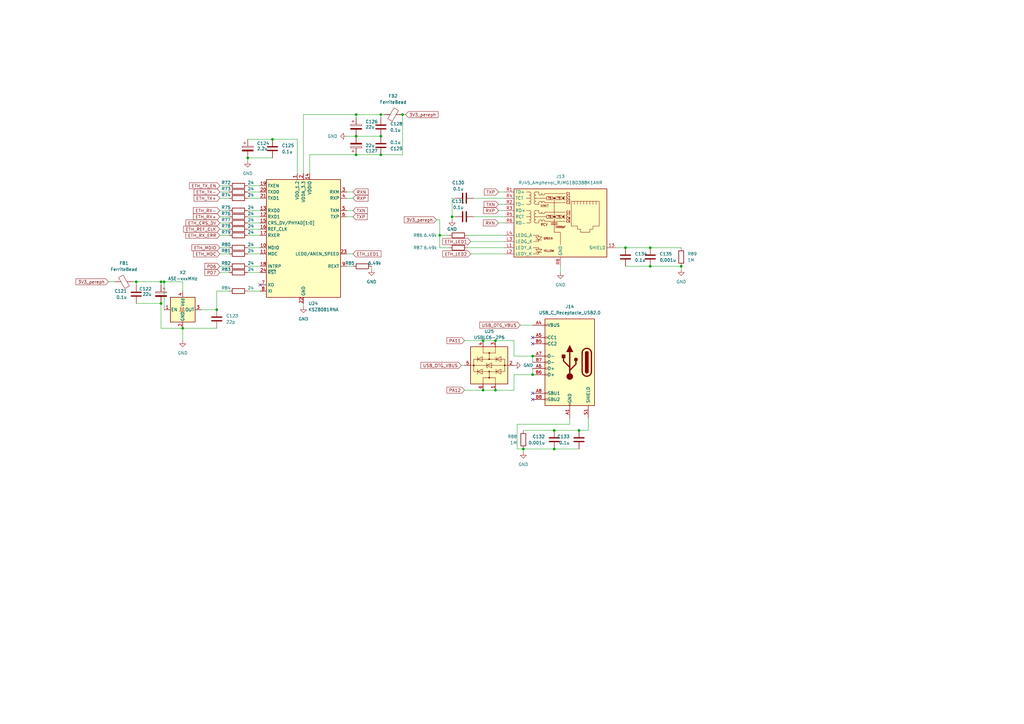
<source format=kicad_sch>
(kicad_sch (version 20211123) (generator eeschema)
  (paper "A3")
  (lib_symbols
    (symbol "Connector:RJ45_Amphenol_RJMG1BD3B8K1ANR"
      (property "Reference" "J" (at 19.05 15.24 0))
      (property "Value" "RJ45_Amphenol_RJMG1BD3B8K1ANR" (at -19.05 15.24 0))
      (symbol "RJ45_Amphenol_RJMG1BD3B8K1ANR_0_0"
        (circle (center -2.54 2.54) (radius 0.254) (stroke (width 0.254)) (fill (type outline)))
        (circle (center -2.54 10.16) (radius 0.254) (stroke (width 0.254)) (fill (type outline)))
        (polyline (pts (xy -7.62 -12.065) (xy -10.16 -12.065)))
        (polyline (pts (xy -7.62 -6.985) (xy -10.16 -6.985)))
        (polyline (pts (xy -2.54 10.16) (xy -2.54 0)))
        (polyline (pts (xy -1.27 -0.635) (xy -3.81 -0.635)) (stroke (width 0.254)))
        (polyline (pts (xy -1.27 0) (xy -3.81 0)) (stroke (width 0.254)))
        (polyline (pts (xy 1.27 2.54) (xy 0.635 2.54)))
        (polyline (pts (xy 1.27 10.16) (xy 0.635 10.16)))
        (polyline (pts (xy -11.176 -12.7) (xy -8.89 -12.7) (xy -8.89 -12.065)))
        (polyline (pts (xy -11.176 -10.16) (xy -8.89 -10.16) (xy -8.89 -10.795)))
        (polyline (pts (xy -11.176 -5.08) (xy -8.89 -5.08) (xy -8.89 -5.715)))
        (polyline (pts (xy -8.89 -6.985) (xy -8.89 -7.62) (xy -11.176 -7.62)))
        (polyline (pts (xy -10.16 -5.715) (xy -7.62 -5.715) (xy -8.89 -6.985) (xy -10.16 -5.715)))
        (polyline (pts (xy -7.62 -10.795) (xy -10.16 -10.795) (xy -8.89 -12.065) (xy -7.62 -10.795)))
        (polyline (pts (xy -2.54 -0.635) (xy -2.54 -3.81) (xy 0 -3.81) (xy 0 -8.89)))
        (polyline (pts (xy 1.905 3.175) (xy 1.27 3.175) (xy 1.27 1.905) (xy 1.905 1.905)))
        (polyline (pts (xy 1.905 10.795) (xy 1.27 10.795) (xy 1.27 9.525) (xy 1.905 9.525)))
        (circle (center 1.27 2.54) (radius 0.254) (stroke (width 0.254)) (fill (type outline)))
        (circle (center 1.27 10.16) (radius 0.254) (stroke (width 0.254)) (fill (type outline)))
        (text "1000pF" (at 0 -1.651 0) (effects (font (size 0.762 0.762))))
        (text "75" (at -4.445 2.54 0) (effects (font (size 0.762 0.762))))
        (text "75" (at -4.445 10.16 0) (effects (font (size 0.762 0.762))))
        (text "75" (at -0.635 2.54 0) (effects (font (size 0.762 0.762))))
        (text "75" (at -0.635 10.16 0) (effects (font (size 0.762 0.762))))
        (text "C1" (at 3.175 12.065 0) (effects (font (size 0.889 0.889))))
        (text "C2" (at 3.175 8.255 0) (effects (font (size 0.889 0.889))))
        (text "C3" (at 3.175 4.445 0) (effects (font (size 0.889 0.889))))
        (text "C4" (at 3.175 10.795 0) (effects (font (size 0.889 0.889))))
        (text "C5" (at 3.175 9.525 0) (effects (font (size 0.889 0.889))))
        (text "C6" (at 3.175 0.635 0) (effects (font (size 0.889 0.889))))
        (text "C7" (at 3.175 3.175 0) (effects (font (size 0.889 0.889))))
        (text "C8" (at 3.175 1.905 0) (effects (font (size 0.889 0.889))))
        (text "GREEN" (at -6.985 -6.35 0) (effects (font (size 0.762 0.762)) (justify left)))
        (text "RCV" (at -8.255 -0.635 0) (effects (font (size 1.016 1.016)) (justify left)))
        (text "XMIT" (at -8.255 6.985 0) (effects (font (size 1.016 1.016)) (justify left)))
        (text "YELLOW" (at -6.985 -11.43 0) (effects (font (size 0.762 0.762)) (justify left)))
      )
      (symbol "RJ45_Amphenol_RJMG1BD3B8K1ANR_0_1"
        (rectangle (start -19.05 -13.97) (end 19.05 13.97) (stroke (width 0.254)) (fill (type background)))
        (arc (start -12.7 0) (mid -12.065 0.635) (end -12.7 1.27))
        (arc (start -12.7 1.27) (mid -12.065 1.905) (end -12.7 2.54))
        (arc (start -12.7 2.54) (mid -12.065 3.175) (end -12.7 3.81))
        (arc (start -12.7 3.81) (mid -12.065 4.445) (end -12.7 5.08))
        (arc (start -12.7 7.62) (mid -12.065 8.255) (end -12.7 8.89))
        (arc (start -12.7 8.89) (mid -12.065 9.525) (end -12.7 10.16))
        (arc (start -12.7 10.16) (mid -12.065 10.795) (end -12.7 11.43))
        (arc (start -12.7 11.43) (mid -12.065 12.065) (end -12.7 12.7))
        (arc (start -10.16 1.27) (mid -10.795 0.635) (end -10.16 0))
        (arc (start -10.16 2.54) (mid -10.795 1.905) (end -10.16 1.27))
        (arc (start -10.16 3.81) (mid -10.795 3.175) (end -10.16 2.54))
        (arc (start -10.16 5.08) (mid -10.795 4.445) (end -10.16 3.81))
        (arc (start -10.16 8.89) (mid -10.795 8.255) (end -10.16 7.62))
        (arc (start -10.16 10.16) (mid -10.795 9.525) (end -10.16 8.89))
        (arc (start -10.16 11.43) (mid -10.795 10.795) (end -10.16 10.16))
        (arc (start -10.16 12.7) (mid -10.795 12.065) (end -10.16 11.43))
        (arc (start -8.89 4.445) (mid -8.255 3.81) (end -7.62 4.445))
        (arc (start -8.89 12.065) (mid -8.255 11.43) (end -7.62 12.065))
        (arc (start -7.62 0.635) (mid -8.255 1.27) (end -8.89 0.635))
        (arc (start -7.62 4.445) (mid -6.985 3.81) (end -6.35 4.445))
        (arc (start -7.62 8.255) (mid -8.255 8.89) (end -8.89 8.255))
        (arc (start -7.62 12.065) (mid -6.985 11.43) (end -6.35 12.065))
        (arc (start -6.35 0.635) (mid -6.985 1.27) (end -7.62 0.635))
        (arc (start -6.35 8.255) (mid -6.985 8.89) (end -7.62 8.255))
        (rectangle (start -5.715 3.175) (end -3.175 1.905))
        (rectangle (start -5.715 10.795) (end -3.175 9.525))
        (rectangle (start -1.905 3.175) (end 0.635 1.905))
        (rectangle (start -1.905 10.795) (end 0.635 9.525))
        (polyline (pts (xy -12.7 0) (xy -13.97 0)))
        (polyline (pts (xy -12.7 2.54) (xy -13.97 2.54)))
        (polyline (pts (xy -12.7 5.08) (xy -13.97 5.08)))
        (polyline (pts (xy -12.7 7.62) (xy -13.97 7.62)))
        (polyline (pts (xy -12.7 10.16) (xy -13.97 10.16)))
        (polyline (pts (xy -12.7 12.7) (xy -13.97 12.7)))
        (polyline (pts (xy -6.35 0.635) (xy 1.905 0.635)))
        (polyline (pts (xy -6.35 4.445) (xy 1.905 4.445)))
        (polyline (pts (xy -6.35 8.255) (xy 1.905 8.255)))
        (polyline (pts (xy -6.35 12.065) (xy 1.905 12.065)))
        (polyline (pts (xy -5.715 2.54) (xy -10.16 2.54)))
        (polyline (pts (xy -5.715 10.16) (xy -10.16 10.16)))
        (polyline (pts (xy -3.175 2.54) (xy -1.905 2.54)))
        (polyline (pts (xy -3.175 10.16) (xy -1.905 10.16)))
        (polyline (pts (xy 5.715 7.62) (xy 5.715 8.89)))
        (polyline (pts (xy 6.985 8.89) (xy 6.985 7.62)))
        (polyline (pts (xy 8.255 8.89) (xy 8.255 7.62)))
        (polyline (pts (xy 9.525 8.89) (xy 9.525 7.62)))
        (polyline (pts (xy 10.795 8.89) (xy 10.795 7.62)))
        (polyline (pts (xy 12.065 8.89) (xy 12.065 7.62)))
        (polyline (pts (xy 13.335 7.62) (xy 13.335 8.89)))
        (polyline (pts (xy 14.605 7.62) (xy 14.605 8.89)))
        (polyline (pts (xy -10.16 5.08) (xy -8.89 5.08) (xy -8.89 4.445)))
        (polyline (pts (xy -10.16 12.7) (xy -8.89 12.7) (xy -8.89 12.065)))
        (polyline (pts (xy -8.89 0.635) (xy -8.89 0) (xy -10.16 0)))
        (polyline (pts (xy -8.89 8.255) (xy -8.89 7.62) (xy -10.16 7.62)))
        (polyline (pts (xy 4.445 8.89) (xy 15.875 8.89) (xy 15.875 -1.27) (xy 13.335 -1.27) (xy 13.335 -2.54) (xy 12.065 -2.54) (xy 12.065 -3.81) (xy 8.255 -3.81) (xy 8.255 -2.54) (xy 6.985 -2.54) (xy 6.985 -1.27) (xy 4.445 -1.27) (xy 4.445 8.89)))
      )
      (symbol "RJ45_Amphenol_RJMG1BD3B8K1ANR_1_1"
        (pin passive line (at 22.86 -10.16 180) (length 3.81) (name "SHIELD") (number "13"))
        (pin passive line (at -22.86 -10.16 0) (length 3.81) (name "LEDY_A") (number "L1"))
        (pin passive line (at -22.86 -12.7 0) (length 3.81) (name "LEDY_K") (number "L2"))
        (pin passive line (at -22.86 -7.62 0) (length 3.81) (name "LEDG_K") (number "L3"))
        (pin passive line (at -22.86 -5.08 0) (length 3.81) (name "LEDG_A") (number "L4"))
        (pin passive line (at -22.86 12.7 0) (length 3.81) (name "TD+") (number "R1"))
        (pin passive line (at -22.86 7.62 0) (length 3.81) (name "TD-") (number "R2"))
        (pin passive line (at -22.86 5.08 0) (length 3.81) (name "RD+") (number "R3"))
        (pin passive line (at -22.86 10.16 0) (length 3.81) (name "TCT") (number "R4"))
        (pin passive line (at -22.86 2.54 0) (length 3.81) (name "RCT") (number "R5"))
        (pin passive line (at -22.86 0 0) (length 3.81) (name "RD-") (number "R6"))
        (pin no_connect line (at 5.08 -5.08 0) (length 0) hide (name "NC") (number "R7"))
        (pin power_in line (at 0 -17.78 90) (length 3.81) (name "GND") (number "R8"))
      )
    )
    (symbol "Connector:USB_C_Receptacle_USB2.0" (pin_names (offset 1.016))
      (property "Reference" "J" (at -10.16 19.05 0))
      (property "Value" "USB_C_Receptacle_USB2.0" (at 19.05 19.05 0))
      (symbol "USB_C_Receptacle_USB2.0_0_0"
        (rectangle (start -0.254 -17.78) (end 0.254 -16.764))
        (rectangle (start 10.16 -14.986) (end 9.144 -15.494))
        (rectangle (start 10.16 -12.446) (end 9.144 -12.954))
        (rectangle (start 10.16 -4.826) (end 9.144 -5.334))
        (rectangle (start 10.16 -2.286) (end 9.144 -2.794))
        (rectangle (start 10.16 0.254) (end 9.144 -0.254))
        (rectangle (start 10.16 2.794) (end 9.144 2.286))
        (rectangle (start 10.16 7.874) (end 9.144 7.366))
        (rectangle (start 10.16 10.414) (end 9.144 9.906))
        (rectangle (start 10.16 15.494) (end 9.144 14.986))
      )
      (symbol "USB_C_Receptacle_USB2.0_0_1"
        (rectangle (start -10.16 17.78) (end 10.16 -17.78) (stroke (width 0.254)) (fill (type background)))
        (arc (start -8.89 -3.81) (mid -6.985 -5.715) (end -5.08 -3.81) (stroke (width 0.508)))
        (arc (start -7.62 -3.81) (mid -6.985 -4.445) (end -6.35 -3.81) (stroke (width 0.254)))
        (arc (start -7.62 -3.81) (mid -6.985 -4.445) (end -6.35 -3.81) (stroke (width 0.254)) (fill (type outline)))
        (rectangle (start -7.62 -3.81) (end -6.35 3.81) (stroke (width 0.254)) (fill (type outline)))
        (arc (start -6.35 3.81) (mid -6.985 4.445) (end -7.62 3.81) (stroke (width 0.254)))
        (arc (start -6.35 3.81) (mid -6.985 4.445) (end -7.62 3.81) (stroke (width 0.254)) (fill (type outline)))
        (arc (start -5.08 3.81) (mid -6.985 5.715) (end -8.89 3.81) (stroke (width 0.508)))
        (circle (center -2.54 1.143) (radius 0.635) (stroke (width 0.254)) (fill (type outline)))
        (circle (center 0 -5.842) (radius 1.27) (fill (type outline)))
        (polyline (pts (xy -8.89 -3.81) (xy -8.89 3.81)) (stroke (width 0.508)))
        (polyline (pts (xy -5.08 3.81) (xy -5.08 -3.81)) (stroke (width 0.508)))
        (polyline (pts (xy 0 -5.842) (xy 0 4.318)) (stroke (width 0.508)))
        (polyline (pts (xy 0 -3.302) (xy -2.54 -0.762) (xy -2.54 0.508)) (stroke (width 0.508)))
        (polyline (pts (xy 0 -2.032) (xy 2.54 0.508) (xy 2.54 1.778)) (stroke (width 0.508)))
        (polyline (pts (xy -1.27 4.318) (xy 0 6.858) (xy 1.27 4.318) (xy -1.27 4.318)) (stroke (width 0.254)) (fill (type outline)))
        (rectangle (start 1.905 1.778) (end 3.175 3.048) (stroke (width 0.254)) (fill (type outline)))
      )
      (symbol "USB_C_Receptacle_USB2.0_1_1"
        (pin passive line (at 0 -22.86 90) (length 5.08) (name "GND") (number "A1"))
        (pin passive line (at 0 -22.86 90) (length 5.08) hide (name "GND") (number "A12"))
        (pin passive line (at 15.24 15.24 180) (length 5.08) (name "VBUS") (number "A4"))
        (pin bidirectional line (at 15.24 10.16 180) (length 5.08) (name "CC1") (number "A5"))
        (pin bidirectional line (at 15.24 -2.54 180) (length 5.08) (name "D+") (number "A6"))
        (pin bidirectional line (at 15.24 2.54 180) (length 5.08) (name "D-") (number "A7"))
        (pin bidirectional line (at 15.24 -12.7 180) (length 5.08) (name "SBU1") (number "A8"))
        (pin passive line (at 15.24 15.24 180) (length 5.08) hide (name "VBUS") (number "A9"))
        (pin passive line (at 0 -22.86 90) (length 5.08) hide (name "GND") (number "B1"))
        (pin passive line (at 0 -22.86 90) (length 5.08) hide (name "GND") (number "B12"))
        (pin passive line (at 15.24 15.24 180) (length 5.08) hide (name "VBUS") (number "B4"))
        (pin bidirectional line (at 15.24 7.62 180) (length 5.08) (name "CC2") (number "B5"))
        (pin bidirectional line (at 15.24 -5.08 180) (length 5.08) (name "D+") (number "B6"))
        (pin bidirectional line (at 15.24 0 180) (length 5.08) (name "D-") (number "B7"))
        (pin bidirectional line (at 15.24 -15.24 180) (length 5.08) (name "SBU2") (number "B8"))
        (pin passive line (at 15.24 15.24 180) (length 5.08) hide (name "VBUS") (number "B9"))
        (pin passive line (at -7.62 -22.86 90) (length 5.08) (name "SHIELD") (number "S1"))
      )
    )
    (symbol "Device:C" (pin_numbers hide) (pin_names (offset 0.254))
      (property "Reference" "C" (at 0.635 2.54 0))
      (property "Value" "C" (at 0.635 -2.54 0))
      (symbol "C_0_1"
        (polyline (pts (xy -2.032 -0.762) (xy 2.032 -0.762)) (stroke (width 0.508)))
        (polyline (pts (xy -2.032 0.762) (xy 2.032 0.762)) (stroke (width 0.508)))
      )
      (symbol "C_1_1"
        (pin passive line (at 0 3.81 270) (length 2.794) (name "~") (number "1"))
        (pin passive line (at 0 -3.81 90) (length 2.794) (name "~") (number "2"))
      )
    )
    (symbol "Device:C_Polarized" (pin_numbers hide) (pin_names (offset 0.254))
      (property "Reference" "C" (at 0.635 2.54 0))
      (property "Value" "C_Polarized" (at 0.635 -2.54 0))
      (symbol "C_Polarized_0_1"
        (rectangle (start -2.286 0.508) (end 2.286 1.016))
        (polyline (pts (xy -1.778 2.286) (xy -0.762 2.286)))
        (polyline (pts (xy -1.27 2.794) (xy -1.27 1.778)))
        (rectangle (start 2.286 -0.508) (end -2.286 -1.016) (fill (type outline)))
      )
      (symbol "C_Polarized_1_1"
        (pin passive line (at 0 3.81 270) (length 2.794) (name "~") (number "1"))
        (pin passive line (at 0 -3.81 90) (length 2.794) (name "~") (number "2"))
      )
    )
    (symbol "Device:FerriteBead" (pin_numbers hide) (pin_names (offset 0))
      (property "Reference" "FB" (at -3.81 0.635 90))
      (property "Value" "FerriteBead" (at 3.81 0 90))
      (symbol "FerriteBead_0_1"
        (polyline (pts (xy 0 -1.27) (xy 0 -1.2192)))
        (polyline (pts (xy 0 1.27) (xy 0 1.2954)))
        (polyline (pts (xy -2.7686 0.4064) (xy -1.7018 2.2606) (xy 2.7686 -0.3048) (xy 1.6764 -2.159) (xy -2.7686 0.4064)))
      )
      (symbol "FerriteBead_1_1"
        (pin passive line (at 0 3.81 270) (length 2.54) (name "~") (number "1"))
        (pin passive line (at 0 -3.81 90) (length 2.54) (name "~") (number "2"))
      )
    )
    (symbol "Device:R" (pin_numbers hide) (pin_names (offset 0))
      (property "Reference" "R" (at 2.032 0 90))
      (property "Value" "R" (at 0 0 90))
      (symbol "R_0_1"
        (rectangle (start -1.016 -2.54) (end 1.016 2.54) (stroke (width 0.254)))
      )
      (symbol "R_1_1"
        (pin passive line (at 0 3.81 270) (length 1.27) (name "~") (number "1"))
        (pin passive line (at 0 -3.81 90) (length 1.27) (name "~") (number "2"))
      )
    )
    (symbol "Interface_Ethernet:KSZ8081RNA"
      (property "Reference" "U" (at -15.24 26.035 0))
      (property "Value" "KSZ8081RNA" (at 3.81 26.035 0))
      (symbol "KSZ8081RNA_0_1"
        (rectangle (start -15.24 25.4) (end 15.24 -22.86) (stroke (width 0.254)) (fill (type background)))
      )
      (symbol "KSZ8081RNA_1_1"
        (pin power_in line (at -2.54 27.94 270) (length 2.54) (name "VDD_1.2") (number "1"))
        (pin bidirectional line (at -17.78 -2.54 0) (length 2.54) (name "MDIO") (number "10"))
        (pin input line (at -17.78 -5.08 0) (length 2.54) (name "MDC") (number "11"))
        (pin output line (at -17.78 10.16 0) (length 2.54) (name "RXD1") (number "12"))
        (pin output line (at -17.78 12.7 0) (length 2.54) (name "RXD0") (number "13"))
        (pin power_in line (at 2.54 27.94 270) (length 2.54) (name "VDDIO") (number "14"))
        (pin output line (at -17.78 7.62 0) (length 2.54) (name "CRS_DV/PHYAD[1:0]") (number "15"))
        (pin output line (at -17.78 5.08 0) (length 2.54) (name "REF_CLK") (number "16"))
        (pin output line (at -17.78 2.54 0) (length 2.54) (name "RXER") (number "17"))
        (pin bidirectional line (at -17.78 -10.16 0) (length 2.54) (name "INTRP") (number "18"))
        (pin input line (at -17.78 22.86 0) (length 2.54) (name "TXEN") (number "19"))
        (pin power_in line (at 0 27.94 270) (length 2.54) (name "VDDA_3.3") (number "2"))
        (pin input line (at -17.78 20.32 0) (length 2.54) (name "TXD0") (number "20"))
        (pin bidirectional line (at -17.78 17.78 0) (length 2.54) (name "TXD1") (number "21"))
        (pin power_in line (at 0 -25.4 90) (length 2.54) (name "GND") (number "22"))
        (pin output line (at 17.78 -5.08 180) (length 2.54) (name "LED0/ANEN_SPEED") (number "23"))
        (pin input line (at -17.78 -12.7 0) (length 2.54) (name "~{RST}") (number "24"))
        (pin passive line (at 0 -25.4 90) (length 2.54) hide (name "GND") (number "25"))
        (pin bidirectional line (at 17.78 20.32 180) (length 2.54) (name "RXM") (number "3"))
        (pin bidirectional line (at 17.78 17.78 180) (length 2.54) (name "RXP") (number "4"))
        (pin bidirectional line (at 17.78 12.7 180) (length 2.54) (name "TXM") (number "5"))
        (pin bidirectional line (at 17.78 10.16 180) (length 2.54) (name "TXP") (number "6"))
        (pin output line (at -17.78 -17.78 0) (length 2.54) (name "XO") (number "7"))
        (pin input line (at -17.78 -20.32 0) (length 2.54) (name "XI") (number "8"))
        (pin passive line (at 17.78 -10.16 180) (length 2.54) (name "REXT") (number "9"))
      )
    )
    (symbol "Oscillator:ASE-xxxMHz" (pin_names (offset 0.254))
      (property "Reference" "X" (at -5.08 6.35 0))
      (property "Value" "ASE-xxxMHz" (at 1.27 -6.35 0))
      (symbol "ASE-xxxMHz_0_1"
        (rectangle (start -5.08 5.08) (end 5.08 -5.08) (stroke (width 0.254)) (fill (type background)))
        (polyline (pts (xy -1.27 -0.762) (xy -1.016 -0.762) (xy -1.016 0.762) (xy -0.508 0.762) (xy -0.508 -0.762) (xy 0 -0.762) (xy 0 0.762) (xy 0.508 0.762) (xy 0.508 -0.762) (xy 0.762 -0.762)))
      )
      (symbol "ASE-xxxMHz_1_1"
        (pin input line (at -7.62 0 0) (length 2.54) (name "EN") (number "1"))
        (pin power_in line (at 0 -7.62 90) (length 2.54) (name "GND") (number "2"))
        (pin output line (at 7.62 0 180) (length 2.54) (name "OUT") (number "3"))
        (pin power_in line (at 0 7.62 270) (length 2.54) (name "Vdd") (number "4"))
      )
    )
    (symbol "Power_Protection:USBLC6-2P6" (pin_names hide)
      (property "Reference" "U" (at 2.54 8.89 0))
      (property "Value" "USBLC6-2P6" (at 2.54 -8.89 0))
      (symbol "USBLC6-2P6_0_1"
        (rectangle (start -7.62 -7.62) (end 7.62 7.62) (stroke (width 0.254)) (fill (type background)))
        (circle (center -5.08 0) (radius 0.254) (fill (type outline)))
        (circle (center -2.54 0) (radius 0.254) (fill (type outline)))
        (rectangle (start -2.54 6.35) (end 2.54 -6.35))
        (circle (center 0 -6.35) (radius 0.254) (fill (type outline)))
        (polyline (pts (xy -5.08 -2.54) (xy -7.62 -2.54)))
        (polyline (pts (xy -5.08 0) (xy -5.08 -2.54)))
        (polyline (pts (xy -5.08 2.54) (xy -7.62 2.54)))
        (polyline (pts (xy -1.524 -2.794) (xy -3.556 -2.794)))
        (polyline (pts (xy -1.524 4.826) (xy -3.556 4.826)))
        (polyline (pts (xy 0 -7.62) (xy 0 -6.35)))
        (polyline (pts (xy 0 -6.35) (xy 0 1.27)))
        (polyline (pts (xy 0 1.27) (xy 0 6.35)))
        (polyline (pts (xy 0 6.35) (xy 0 7.62)))
        (polyline (pts (xy 1.524 -2.794) (xy 3.556 -2.794)))
        (polyline (pts (xy 1.524 4.826) (xy 3.556 4.826)))
        (polyline (pts (xy 5.08 -2.54) (xy 7.62 -2.54)))
        (polyline (pts (xy 5.08 0) (xy 5.08 -2.54)))
        (polyline (pts (xy 5.08 2.54) (xy 7.62 2.54)))
        (polyline (pts (xy -2.54 0) (xy -5.08 0) (xy -5.08 2.54)))
        (polyline (pts (xy 2.54 0) (xy 5.08 0) (xy 5.08 2.54)))
        (polyline (pts (xy -3.556 -4.826) (xy -1.524 -4.826) (xy -2.54 -2.794) (xy -3.556 -4.826)))
        (polyline (pts (xy -3.556 2.794) (xy -1.524 2.794) (xy -2.54 4.826) (xy -3.556 2.794)))
        (polyline (pts (xy -1.016 -1.016) (xy 1.016 -1.016) (xy 0 1.016) (xy -1.016 -1.016)))
        (polyline (pts (xy 1.016 1.016) (xy 0.762 1.016) (xy -1.016 1.016) (xy -1.016 0.508)))
        (polyline (pts (xy 3.556 -4.826) (xy 1.524 -4.826) (xy 2.54 -2.794) (xy 3.556 -4.826)))
        (polyline (pts (xy 3.556 2.794) (xy 1.524 2.794) (xy 2.54 4.826) (xy 3.556 2.794)))
        (circle (center 0 6.35) (radius 0.254) (fill (type outline)))
        (circle (center 2.54 0) (radius 0.254) (fill (type outline)))
        (circle (center 5.08 0) (radius 0.254) (fill (type outline)))
      )
      (symbol "USBLC6-2P6_1_1"
        (pin passive line (at -10.16 -2.54 0) (length 2.54) (name "I/O1") (number "1"))
        (pin passive line (at 0 -10.16 90) (length 2.54) (name "GND") (number "2"))
        (pin passive line (at 10.16 -2.54 180) (length 2.54) (name "I/O2") (number "3"))
        (pin passive line (at 10.16 2.54 180) (length 2.54) (name "I/O2") (number "4"))
        (pin passive line (at 0 10.16 270) (length 2.54) (name "VBUS") (number "5"))
        (pin passive line (at -10.16 2.54 0) (length 2.54) (name "I/O1") (number "6"))
      )
    )
    (symbol "power:GND" (power) (pin_names (offset 0))
      (property "Value" "GND" (at 0 -3.81 0))
      (symbol "GND_0_1"
        (polyline (pts (xy 0 0) (xy 0 -1.27) (xy 1.27 -1.27) (xy 0 -2.54) (xy -1.27 -1.27) (xy 0 -1.27)))
      )
      (symbol "GND_1_1"
        (pin power_in line (at 0 0 270) (length 0) hide (name "GND") (number "1"))
      )
    )
  )
  (junction (at 55.88 115.57))
  (junction (at 203.2 160.02))
  (junction (at 156.21 46.99))
  (junction (at 203.2 139.7))
  (junction (at 185.42 88.9))
  (junction (at 198.12 139.7))
  (junction (at 227.33 184.15))
  (junction (at 66.04 115.57))
  (junction (at 101.6 64.77))
  (junction (at 146.05 46.99))
  (junction (at 67.31 115.57))
  (junction (at 146.05 55.88))
  (junction (at 74.93 134.62))
  (junction (at 146.05 63.5))
  (junction (at 218.44 146.05))
  (junction (at 237.49 176.53))
  (junction (at 165.1 46.99))
  (junction (at 66.04 124.46))
  (junction (at 88.9 127))
  (junction (at 156.21 63.5))
  (junction (at 111.76 57.15))
  (junction (at 214.63 184.15))
  (junction (at 180.34 96.52))
  (junction (at 279.4 109.22))
  (junction (at 156.21 55.88))
  (junction (at 266.7 109.22))
  (junction (at 218.44 153.67))
  (junction (at 227.33 176.53))
  (junction (at 266.7 101.6))
  (junction (at 256.54 101.6))
  (junction (at 198.12 160.02))
  (no_connect (at 218.44 163.83))
  (no_connect (at 218.44 161.29))
  (no_connect (at 218.44 138.43))
  (no_connect (at 218.44 140.97))
  (no_connect (at 106.68 116.84))
  (wire (pts (xy 142.24 109.22) (xy 144.78 109.22)))
  (wire (pts (xy 229.87 109.22) (xy 229.87 111.76)))
  (wire (pts (xy 101.6 101.6) (xy 106.68 101.6)))
  (wire (pts (xy 213.36 133.35) (xy 218.44 133.35)))
  (wire (pts (xy 101.6 109.22) (xy 106.68 109.22)))
  (wire (pts (xy 179.07 90.17) (xy 180.34 90.17)))
  (wire (pts (xy 142.24 88.9) (xy 144.78 88.9)))
  (wire (pts (xy 124.46 124.46) (xy 124.46 125.73)))
  (wire (pts (xy 90.17 88.9) (xy 93.98 88.9)))
  (wire (pts (xy 55.88 115.57) (xy 66.04 115.57)))
  (wire (pts (xy 44.45 115.57) (xy 46.99 115.57)))
  (wire (pts (xy 252.73 101.6) (xy 256.54 101.6)))
  (wire (pts (xy 90.17 91.44) (xy 93.98 91.44)))
  (wire (pts (xy 210.82 160.02) (xy 210.82 153.67)))
  (wire (pts (xy 142.24 55.88) (xy 146.05 55.88)))
  (wire (pts (xy 142.24 104.14) (xy 144.78 104.14)))
  (wire (pts (xy 90.17 109.22) (xy 93.98 109.22)))
  (wire (pts (xy 165.1 63.5) (xy 165.1 46.99)))
  (wire (pts (xy 191.77 96.52) (xy 207.01 96.52)))
  (wire (pts (xy 156.21 46.99) (xy 156.21 48.26)))
  (wire (pts (xy 124.46 46.99) (xy 124.46 71.12)))
  (wire (pts (xy 227.33 184.15) (xy 214.63 184.15)))
  (wire (pts (xy 210.82 153.67) (xy 218.44 153.67)))
  (wire (pts (xy 218.44 146.05) (xy 218.44 148.59)))
  (wire (pts (xy 227.33 176.53) (xy 214.63 176.53)))
  (wire (pts (xy 165.1 46.99) (xy 166.37 46.99)))
  (wire (pts (xy 66.04 115.57) (xy 67.31 115.57)))
  (wire (pts (xy 212.09 184.15) (xy 214.63 184.15)))
  (wire (pts (xy 256.54 109.22) (xy 266.7 109.22)))
  (wire (pts (xy 233.68 171.45) (xy 233.68 173.99)))
  (wire (pts (xy 101.6 111.76) (xy 106.68 111.76)))
  (wire (pts (xy 90.17 101.6) (xy 93.98 101.6)))
  (wire (pts (xy 204.47 86.36) (xy 207.01 86.36)))
  (wire (pts (xy 101.6 91.44) (xy 106.68 91.44)))
  (wire (pts (xy 55.88 124.46) (xy 66.04 124.46)))
  (wire (pts (xy 214.63 184.15) (xy 214.63 185.42)))
  (wire (pts (xy 198.12 139.7) (xy 203.2 139.7)))
  (wire (pts (xy 198.12 160.02) (xy 203.2 160.02)))
  (wire (pts (xy 180.34 96.52) (xy 180.34 101.6)))
  (wire (pts (xy 194.31 81.28) (xy 207.01 81.28)))
  (wire (pts (xy 66.04 115.57) (xy 66.04 116.84)))
  (wire (pts (xy 190.5 139.7) (xy 198.12 139.7)))
  (wire (pts (xy 191.77 101.6) (xy 207.01 101.6)))
  (wire (pts (xy 54.61 115.57) (xy 55.88 115.57)))
  (wire (pts (xy 186.69 81.28) (xy 185.42 81.28)))
  (wire (pts (xy 204.47 83.82) (xy 207.01 83.82)))
  (wire (pts (xy 203.2 139.7) (xy 210.82 139.7)))
  (wire (pts (xy 204.47 91.44) (xy 207.01 91.44)))
  (wire (pts (xy 74.93 115.57) (xy 74.93 119.38)))
  (wire (pts (xy 142.24 86.36) (xy 144.78 86.36)))
  (wire (pts (xy 146.05 46.99) (xy 124.46 46.99)))
  (wire (pts (xy 185.42 90.17) (xy 185.42 88.9)))
  (wire (pts (xy 90.17 76.2) (xy 93.98 76.2)))
  (wire (pts (xy 67.31 115.57) (xy 74.93 115.57)))
  (wire (pts (xy 241.3 171.45) (xy 241.3 176.53)))
  (wire (pts (xy 101.6 76.2) (xy 106.68 76.2)))
  (wire (pts (xy 212.09 173.99) (xy 212.09 184.15)))
  (wire (pts (xy 101.6 104.14) (xy 106.68 104.14)))
  (wire (pts (xy 152.4 109.22) (xy 152.4 110.49)))
  (wire (pts (xy 111.76 57.15) (xy 121.92 57.15)))
  (wire (pts (xy 156.21 63.5) (xy 165.1 63.5)))
  (wire (pts (xy 210.82 139.7) (xy 210.82 146.05)))
  (wire (pts (xy 146.05 55.88) (xy 156.21 55.88)))
  (wire (pts (xy 101.6 119.38) (xy 106.68 119.38)))
  (wire (pts (xy 193.04 99.06) (xy 207.01 99.06)))
  (wire (pts (xy 66.04 124.46) (xy 66.04 134.62)))
  (wire (pts (xy 233.68 173.99) (xy 212.09 173.99)))
  (wire (pts (xy 237.49 176.53) (xy 227.33 176.53)))
  (wire (pts (xy 185.42 88.9) (xy 186.69 88.9)))
  (wire (pts (xy 203.2 160.02) (xy 210.82 160.02)))
  (wire (pts (xy 74.93 134.62) (xy 88.9 134.62)))
  (wire (pts (xy 101.6 86.36) (xy 106.68 86.36)))
  (wire (pts (xy 101.6 96.52) (xy 106.68 96.52)))
  (wire (pts (xy 101.6 57.15) (xy 111.76 57.15)))
  (wire (pts (xy 142.24 81.28) (xy 144.78 81.28)))
  (wire (pts (xy 88.9 127) (xy 88.9 119.38)))
  (wire (pts (xy 266.7 109.22) (xy 279.4 109.22)))
  (wire (pts (xy 74.93 134.62) (xy 74.93 139.7)))
  (wire (pts (xy 241.3 176.53) (xy 237.49 176.53)))
  (wire (pts (xy 193.04 104.14) (xy 207.01 104.14)))
  (wire (pts (xy 190.5 160.02) (xy 198.12 160.02)))
  (wire (pts (xy 256.54 101.6) (xy 266.7 101.6)))
  (wire (pts (xy 67.31 127) (xy 67.31 115.57)))
  (wire (pts (xy 218.44 151.13) (xy 218.44 153.67)))
  (wire (pts (xy 185.42 81.28) (xy 185.42 88.9)))
  (wire (pts (xy 101.6 93.98) (xy 106.68 93.98)))
  (wire (pts (xy 237.49 184.15) (xy 227.33 184.15)))
  (wire (pts (xy 127 63.5) (xy 146.05 63.5)))
  (wire (pts (xy 90.17 104.14) (xy 93.98 104.14)))
  (wire (pts (xy 90.17 81.28) (xy 93.98 81.28)))
  (wire (pts (xy 180.34 101.6) (xy 184.15 101.6)))
  (wire (pts (xy 142.24 78.74) (xy 144.78 78.74)))
  (wire (pts (xy 210.82 146.05) (xy 218.44 146.05)))
  (wire (pts (xy 157.48 46.99) (xy 156.21 46.99)))
  (wire (pts (xy 90.17 86.36) (xy 93.98 86.36)))
  (wire (pts (xy 88.9 119.38) (xy 93.98 119.38)))
  (wire (pts (xy 55.88 115.57) (xy 55.88 116.84)))
  (wire (pts (xy 127 71.12) (xy 127 63.5)))
  (wire (pts (xy 180.34 96.52) (xy 184.15 96.52)))
  (wire (pts (xy 90.17 111.76) (xy 93.98 111.76)))
  (wire (pts (xy 101.6 64.77) (xy 101.6 66.04)))
  (wire (pts (xy 189.23 149.86) (xy 190.5 149.86)))
  (wire (pts (xy 180.34 90.17) (xy 180.34 96.52)))
  (wire (pts (xy 146.05 63.5) (xy 156.21 63.5)))
  (wire (pts (xy 266.7 101.6) (xy 279.4 101.6)))
  (wire (pts (xy 194.31 88.9) (xy 207.01 88.9)))
  (wire (pts (xy 101.6 81.28) (xy 106.68 81.28)))
  (wire (pts (xy 279.4 109.22) (xy 279.4 110.49)))
  (wire (pts (xy 101.6 88.9) (xy 106.68 88.9)))
  (wire (pts (xy 101.6 78.74) (xy 106.68 78.74)))
  (wire (pts (xy 146.05 46.99) (xy 146.05 48.26)))
  (wire (pts (xy 121.92 57.15) (xy 121.92 71.12)))
  (wire (pts (xy 90.17 96.52) (xy 93.98 96.52)))
  (wire (pts (xy 66.04 134.62) (xy 74.93 134.62)))
  (wire (pts (xy 204.47 78.74) (xy 207.01 78.74)))
  (wire (pts (xy 101.6 64.77) (xy 111.76 64.77)))
  (wire (pts (xy 90.17 78.74) (xy 93.98 78.74)))
  (wire (pts (xy 82.55 127) (xy 88.9 127)))
  (wire (pts (xy 90.17 93.98) (xy 93.98 93.98)))
  (wire (pts (xy 156.21 46.99) (xy 146.05 46.99)))
  (global_label "ETH_TX_EN" (shape input) (at 90.17 76.2 180) (property "Intersheet References" "${INTERSHEET_REFS}" (effects hide)))
  (global_label "ETH_LED2" (shape input) (at 193.04 104.14 180) (property "Intersheet References" "${INTERSHEET_REFS}" (effects hide)))
  (global_label "PD7" (shape input) (at 90.17 111.76 180) (property "Intersheet References" "${INTERSHEET_REFS}" (effects hide)))
  (global_label "ETH_RX_ERR" (shape input) (at 90.17 96.52 180) (property "Intersheet References" "${INTERSHEET_REFS}" (effects hide)))
  (global_label "USB_OTG_VBUS" (shape input) (at 213.36 133.35 180) (property "Intersheet References" "${INTERSHEET_REFS}" (effects hide)))
  (global_label "ETH_MDIO" (shape input) (at 90.17 101.6 180) (property "Intersheet References" "${INTERSHEET_REFS}" (effects hide)))
  (global_label "ETH_RX+" (shape input) (at 90.17 88.9 180) (property "Intersheet References" "${INTERSHEET_REFS}" (effects hide)))
  (global_label "ETH_TX+" (shape input) (at 90.17 81.28 180) (property "Intersheet References" "${INTERSHEET_REFS}" (effects hide)))
  (global_label "ETH_RX-" (shape input) (at 90.17 86.36 180) (property "Intersheet References" "${INTERSHEET_REFS}" (effects hide)))
  (global_label "ETH_TX-" (shape input) (at 90.17 78.74 180) (property "Intersheet References" "${INTERSHEET_REFS}" (effects hide)))
  (global_label "3V3_pereph" (shape input) (at 44.45 115.57 180) (property "Intersheet References" "${INTERSHEET_REFS}" (effects hide)))
  (global_label "PA12" (shape input) (at 190.5 160.02 180) (property "Intersheet References" "${INTERSHEET_REFS}" (effects hide)))
  (global_label "TXP" (shape input) (at 204.47 78.74 180) (property "Intersheet References" "${INTERSHEET_REFS}" (effects hide)))
  (global_label "RXP" (shape input) (at 204.47 86.36 180) (property "Intersheet References" "${INTERSHEET_REFS}" (effects hide)))
  (global_label "TXN" (shape input) (at 144.78 86.36 0) (property "Intersheet References" "${INTERSHEET_REFS}" (effects hide)))
  (global_label "USB_OTG_VBUS" (shape input) (at 189.23 149.86 180) (property "Intersheet References" "${INTERSHEET_REFS}" (effects hide)))
  (global_label "TXP" (shape input) (at 144.78 88.9 0) (property "Intersheet References" "${INTERSHEET_REFS}" (effects hide)))
  (global_label "ETH_MDC" (shape input) (at 90.17 104.14 180) (property "Intersheet References" "${INTERSHEET_REFS}" (effects hide)))
  (global_label "ETH_CRS_DV" (shape input) (at 90.17 91.44 180) (property "Intersheet References" "${INTERSHEET_REFS}" (effects hide)))
  (global_label "PD6" (shape input) (at 90.17 109.22 180) (property "Intersheet References" "${INTERSHEET_REFS}" (effects hide)))
  (global_label "ETH_LED1" (shape input) (at 144.78 104.14 0) (property "Intersheet References" "${INTERSHEET_REFS}" (effects hide)))
  (global_label "RXN" (shape input) (at 144.78 78.74 0) (property "Intersheet References" "${INTERSHEET_REFS}" (effects hide)))
  (global_label "ETH_LED1" (shape input) (at 193.04 99.06 180) (property "Intersheet References" "${INTERSHEET_REFS}" (effects hide)))
  (global_label "TXN" (shape input) (at 204.47 83.82 180) (property "Intersheet References" "${INTERSHEET_REFS}" (effects hide)))
  (global_label "3V3_pereph" (shape input) (at 179.07 90.17 180) (property "Intersheet References" "${INTERSHEET_REFS}" (effects hide)))
  (global_label "PA11" (shape input) (at 190.5 139.7 180) (property "Intersheet References" "${INTERSHEET_REFS}" (effects hide)))
  (global_label "3V3_pereph" (shape input) (at 166.37 46.99 0) (property "Intersheet References" "${INTERSHEET_REFS}" (effects hide)))
  (global_label "RXP" (shape input) (at 144.78 81.28 0) (property "Intersheet References" "${INTERSHEET_REFS}" (effects hide)))
  (global_label "RXN" (shape input) (at 204.47 91.44 180) (property "Intersheet References" "${INTERSHEET_REFS}" (effects hide)))
  (global_label "ETH_REF_CLK" (shape input) (at 90.17 93.98 180) (property "Intersheet References" "${INTERSHEET_REFS}" (effects hide)))
  (symbol (lib_id "Device:C") (at 190.5 88.9 90) (mirror x) (unit 1)
    (property "Reference" "C131" (at 187.96 82.55 90))
    (property "Value" "0.1u" (at 187.96 85.09 90))
    (property "Footprint" "Capacitor_SMD:C_0603_1608Metric_Pad1.08x0.95mm_HandSolder" (effects hide))
  )
  (symbol (lib_id "Device:C") (at 156.21 59.69 0) (mirror x) (unit 1)
    (property "Reference" "C129" (at 160.02 60.9601 0) (effects (justify left)))
    (property "Value" "0.1u" (at 160.02 58.4201 0) (effects (justify left)))
    (property "Footprint" "Capacitor_SMD:C_0603_1608Metric_Pad1.08x0.95mm_HandSolder" (effects hide))
  )
  (symbol (lib_id "Device:C") (at 227.33 180.34 0) (mirror y) (unit 1)
    (property "Reference" "C132" (at 223.52 179.0699 0) (effects (justify left)))
    (property "Value" "0.001u" (at 223.52 181.6099 0) (effects (justify left)))
    (property "Footprint" "Capacitor_SMD:C_0603_1608Metric_Pad1.08x0.95mm_HandSolder" (effects hide))
  )
  (symbol (lib_id "Device:R") (at 187.96 96.52 90) (unit 1)
    (property "Reference" "R86" (at 171.45 96.52 90))
    (property "Value" "6.49k" (at 176.53 96.52 90))
    (property "Footprint" "Resistor_SMD:R_0603_1608Metric_Pad0.98x0.95mm_HandSolder" (effects hide))
  )
  (symbol (lib_id "Device:C") (at 55.88 120.65 0) (mirror y) (unit 1)
    (property "Reference" "C121" (at 52.07 119.3799 0) (effects (justify left)))
    (property "Value" "0.1u" (at 52.07 121.9199 0) (effects (justify left)))
    (property "Footprint" "Capacitor_SMD:C_0603_1608Metric_Pad1.08x0.95mm_HandSolder" (effects hide))
  )
  (symbol (lib_id "power:GND") (at 185.42 90.17 0) (unit 1)
    (property "Reference" "#PWR0114" (effects hide))
    (property "Value" "GND" (at 185.42 93.98 0))
  )
  (symbol (lib_id "Connector:RJ45_Amphenol_RJMG1BD3B8K1ANR") (at 229.87 91.44 0) (unit 1)
    (property "Reference" "J13" (at 229.87 72.39 0))
    (property "Value" "RJ45_Amphenol_RJMG1BD3B8K1ANR" (at 229.87 74.93 0))
    (property "Footprint" "Connector_RJ:RJ45_Amphenol_RJMG1BD3B8K1ANR" (effects hide))
    (property "Datasheet" "https://www.amphenolcanada.com/ProductSearch/Drawings/AC/RJMG1BD3B8K1ANR.PDF" (effects hide))
  )
  (symbol (lib_id "Device:R") (at 97.79 76.2 90) (unit 1)
    (property "Reference" "R72" (at 92.71 74.93 90))
    (property "Value" "24" (at 102.87 74.93 90))
    (property "Footprint" "Resistor_SMD:R_0603_1608Metric_Pad0.98x0.95mm_HandSolder" (effects hide))
  )
  (symbol (lib_id "power:GND") (at 279.4 110.49 0) (unit 1)
    (property "Reference" "#PWR0118" (effects hide))
    (property "Value" "GND" (at 279.4 115.57 0))
  )
  (symbol (lib_id "Device:R") (at 97.79 104.14 90) (unit 1)
    (property "Reference" "R81" (at 92.71 102.87 90))
    (property "Value" "24" (at 102.87 102.87 90))
    (property "Footprint" "Resistor_SMD:R_0603_1608Metric_Pad0.98x0.95mm_HandSolder" (effects hide))
  )
  (symbol (lib_id "power:GND") (at 124.46 125.73 0) (unit 1)
    (property "Reference" "#PWR0112" (effects hide))
    (property "Value" "GND" (at 124.46 130.81 0))
  )
  (symbol (lib_id "Device:R") (at 97.79 109.22 90) (unit 1)
    (property "Reference" "R82" (at 92.71 107.95 90))
    (property "Value" "24" (at 102.87 107.95 90))
    (property "Footprint" "Resistor_SMD:R_0603_1608Metric_Pad0.98x0.95mm_HandSolder" (effects hide))
  )
  (symbol (lib_id "Device:R") (at 279.4 105.41 0) (unit 1)
    (property "Reference" "R89" (at 281.94 104.1399 0) (effects (justify left)))
    (property "Value" "1M" (at 281.94 106.6799 0) (effects (justify left)))
    (property "Footprint" "Resistor_SMD:R_0603_1608Metric_Pad0.98x0.95mm_HandSolder" (effects hide))
  )
  (symbol (lib_id "power:GND") (at 214.63 185.42 0) (mirror y) (unit 1)
    (property "Reference" "#PWR0116" (effects hide))
    (property "Value" "GND" (at 214.63 190.5 0))
  )
  (symbol (lib_id "Device:C") (at 156.21 52.07 0) (unit 1)
    (property "Reference" "C128" (at 160.02 50.7999 0) (effects (justify left)))
    (property "Value" "0.1u" (at 160.02 53.3399 0) (effects (justify left)))
    (property "Footprint" "Capacitor_SMD:C_0603_1608Metric_Pad1.08x0.95mm_HandSolder" (effects hide))
  )
  (symbol (lib_id "Device:C") (at 111.76 60.96 0) (unit 1)
    (property "Reference" "C125" (at 115.57 59.6899 0) (effects (justify left)))
    (property "Value" "0.1u" (at 115.57 62.2299 0) (effects (justify left)))
    (property "Footprint" "Capacitor_SMD:C_0603_1608Metric_Pad1.08x0.95mm_HandSolder" (effects hide))
  )
  (symbol (lib_id "Device:C_Polarized") (at 101.6 60.96 0) (unit 1)
    (property "Reference" "C124" (at 105.41 58.8009 0) (effects (justify left)))
    (property "Value" "2.2u" (at 105.41 60.96 0) (effects (justify left)))
    (property "Footprint" "Capacitor_Tantalum_SMD:CP_EIA-1608-08_AVX-J" (effects hide))
  )
  (symbol (lib_id "Device:R") (at 148.59 109.22 90) (unit 1)
    (property "Reference" "R85" (at 143.51 107.95 90))
    (property "Value" "6.49k" (at 153.67 107.95 90))
    (property "Footprint" "Resistor_SMD:R_0603_1608Metric_Pad0.98x0.95mm_HandSolder" (effects hide))
  )
  (symbol (lib_id "Device:C_Polarized") (at 146.05 59.69 0) (mirror x) (unit 1)
    (property "Reference" "C127" (at 149.86 61.8491 0) (effects (justify left)))
    (property "Value" "22u" (at 149.86 59.69 0) (effects (justify left)))
    (property "Footprint" "Capacitor_Tantalum_SMD:CP_EIA-6032-15_Kemet-U_Pad2.25x2.35mm_HandSolder" (effects hide))
  )
  (symbol (lib_id "Device:C_Polarized") (at 66.04 120.65 0) (mirror y) (unit 1)
    (property "Reference" "C122" (at 62.23 118.4909 0) (effects (justify left)))
    (property "Value" "22u" (at 62.23 120.65 0) (effects (justify left)))
    (property "Footprint" "Capacitor_Tantalum_SMD:CP_EIA-6032-15_Kemet-U_Pad2.25x2.35mm_HandSolder" (effects hide))
  )
  (symbol (lib_id "Device:R") (at 97.79 93.98 90) (unit 1)
    (property "Reference" "R78" (at 92.71 92.71 90))
    (property "Value" "24" (at 102.87 92.71 90))
    (property "Footprint" "Resistor_SMD:R_0603_1608Metric_Pad0.98x0.95mm_HandSolder" (effects hide))
  )
  (symbol (lib_id "power:GND") (at 210.82 149.86 90) (unit 1)
    (property "Reference" "#PWR0115" (effects hide))
    (property "Value" "GND" (at 214.63 149.8599 90) (effects (justify right)))
  )
  (symbol (lib_id "Device:R") (at 97.79 119.38 90) (unit 1)
    (property "Reference" "R84" (at 92.71 118.11 90))
    (property "Value" "24" (at 102.87 118.11 90))
    (property "Footprint" "Resistor_SMD:R_0603_1608Metric_Pad0.98x0.95mm_HandSolder" (effects hide))
  )
  (symbol (lib_id "Device:FerriteBead") (at 161.29 46.99 90) (unit 1)
    (property "Reference" "FB2" (at 161.2392 39.37 90))
    (property "Value" "FerriteBead" (at 161.2392 41.91 90))
    (property "Footprint" "Inductor_SMD:L_0805_2012Metric_Pad1.05x1.20mm_HandSolder" (effects hide))
  )
  (symbol (lib_id "Device:C") (at 88.9 130.81 0) (mirror y) (unit 1)
    (property "Reference" "C123" (at 92.71 129.5399 0) (effects (justify right)))
    (property "Value" "22p" (at 92.71 132.0799 0) (effects (justify right)))
    (property "Footprint" "Capacitor_SMD:C_0603_1608Metric_Pad1.08x0.95mm_HandSolder" (effects hide))
  )
  (symbol (lib_id "Device:R") (at 97.79 88.9 90) (unit 1)
    (property "Reference" "R76" (at 92.71 87.63 90))
    (property "Value" "24" (at 102.87 87.63 90))
    (property "Footprint" "Resistor_SMD:R_0603_1608Metric_Pad0.98x0.95mm_HandSolder" (effects hide))
  )
  (symbol (lib_id "Device:R") (at 97.79 86.36 90) (unit 1)
    (property "Reference" "R75" (at 92.71 85.09 90))
    (property "Value" "24" (at 102.87 85.09 90))
    (property "Footprint" "Resistor_SMD:R_0603_1608Metric_Pad0.98x0.95mm_HandSolder" (effects hide))
  )
  (symbol (lib_id "power:GND") (at 229.87 111.76 0) (unit 1)
    (property "Reference" "#PWR0117" (effects hide))
    (property "Value" "GND" (at 229.87 116.84 0))
  )
  (symbol (lib_id "power:GND") (at 142.24 55.88 270) (unit 1)
    (property "Reference" "#PWR0120" (effects hide))
    (property "Value" "GND" (at 138.43 55.8799 90) (effects (justify right)))
  )
  (symbol (lib_id "power:GND") (at 74.93 139.7 0) (unit 1)
    (property "Reference" "#PWR0110" (effects hide))
    (property "Value" "GND" (at 74.93 144.78 0))
  )
  (symbol (lib_id "power:GND") (at 152.4 110.49 0) (unit 1)
    (property "Reference" "#PWR0113" (effects hide))
    (property "Value" "GND" (at 152.4 115.57 0))
  )
  (symbol (lib_id "Device:R") (at 97.79 96.52 90) (unit 1)
    (property "Reference" "R79" (at 92.71 95.25 90))
    (property "Value" "24" (at 102.87 95.25 90))
    (property "Footprint" "Resistor_SMD:R_0603_1608Metric_Pad0.98x0.95mm_HandSolder" (effects hide))
  )
  (symbol (lib_id "Power_Protection:USBLC6-2P6") (at 200.66 149.86 90) (unit 1)
    (property "Reference" "U25" (at 200.66 135.89 90))
    (property "Value" "USBLC6-2P6" (at 200.66 138.43 90))
    (property "Footprint" "Package_TO_SOT_SMD:SOT-666" (effects hide))
    (property "Datasheet" "https://www.st.com/resource/en/datasheet/usblc6-2.pdf" (effects hide))
  )
  (symbol (lib_id "Connector:USB_C_Receptacle_USB2.0") (at 233.68 148.59 0) (mirror y) (unit 1)
    (property "Reference" "J14" (at 233.68 125.73 0))
    (property "Value" "USB_C_Receptacle_USB2.0" (at 233.68 128.27 0))
    (property "Footprint" "Connector_USB:USB_C_Receptacle_HRO_TYPE-C-31-M-12" (effects hide))
    (property "Datasheet" "https://www.usb.org/sites/default/files/documents/usb_type-c.zip" (effects hide))
  )
  (symbol (lib_id "Device:R") (at 214.63 180.34 0) (mirror y) (unit 1)
    (property "Reference" "R88" (at 212.09 179.0699 0) (effects (justify left)))
    (property "Value" "1M" (at 212.09 181.6099 0) (effects (justify left)))
    (property "Footprint" "Resistor_SMD:R_0603_1608Metric_Pad0.98x0.95mm_HandSolder" (effects hide))
  )
  (symbol (lib_id "Device:C") (at 256.54 105.41 0) (unit 1)
    (property "Reference" "C134" (at 260.35 104.1399 0) (effects (justify left)))
    (property "Value" "0.1u" (at 260.35 106.6799 0) (effects (justify left)))
    (property "Footprint" "Capacitor_SMD:C_0603_1608Metric_Pad1.08x0.95mm_HandSolder" (effects hide))
  )
  (symbol (lib_id "Device:C") (at 266.7 105.41 0) (unit 1)
    (property "Reference" "C135" (at 270.51 104.1399 0) (effects (justify left)))
    (property "Value" "0.001u" (at 270.51 106.6799 0) (effects (justify left)))
    (property "Footprint" "Capacitor_SMD:C_0603_1608Metric_Pad1.08x0.95mm_HandSolder" (effects hide))
  )
  (symbol (lib_id "Device:R") (at 97.79 101.6 90) (unit 1)
    (property "Reference" "R80" (at 92.71 100.33 90))
    (property "Value" "24" (at 102.87 100.33 90))
    (property "Footprint" "Resistor_SMD:R_0603_1608Metric_Pad0.98x0.95mm_HandSolder" (effects hide))
  )
  (symbol (lib_id "Oscillator:ASE-xxxMHz") (at 74.93 127 0) (unit 1)
    (property "Reference" "X2" (at 74.93 111.76 0))
    (property "Value" "ASE-xxxMHz" (at 74.93 114.3 0))
    (property "Footprint" "Oscillator:Oscillator_SMD_Abracon_ASE-4Pin_3.2x2.5mm" (effects hide))
    (property "Datasheet" "http://www.abracon.com/Oscillators/ASV.pdf" (effects hide))
  )
  (symbol (lib_id "Device:R") (at 97.79 78.74 90) (unit 1)
    (property "Reference" "R73" (at 92.71 77.47 90))
    (property "Value" "24" (at 102.87 77.47 90))
    (property "Footprint" "Resistor_SMD:R_0603_1608Metric_Pad0.98x0.95mm_HandSolder" (effects hide))
  )
  (symbol (lib_id "Device:R") (at 187.96 101.6 90) (unit 1)
    (property "Reference" "R87" (at 171.45 101.6 90))
    (property "Value" "6.49k" (at 176.53 101.6 90))
    (property "Footprint" "Resistor_SMD:R_0603_1608Metric_Pad0.98x0.95mm_HandSolder" (effects hide))
  )
  (symbol (lib_id "Device:FerriteBead") (at 50.8 115.57 270) (mirror x) (unit 1)
    (property "Reference" "FB1" (at 50.8508 107.95 90))
    (property "Value" "FerriteBead" (at 50.8508 110.49 90))
    (property "Footprint" "Inductor_SMD:L_0805_2012Metric_Pad1.05x1.20mm_HandSolder" (effects hide))
  )
  (symbol (lib_id "Interface_Ethernet:KSZ8081RNA") (at 124.46 99.06 0) (unit 1)
    (property "Reference" "U24" (at 126.4794 124.46 0) (effects (justify left)))
    (property "Value" "KSZ8081RNA" (at 126.4794 127 0) (effects (justify left)))
    (property "Footprint" "Package_DFN_QFN:QFN-24-1EP_4x4mm_P0.5mm_EP2.6x2.6mm_ThermalVias" (effects hide))
    (property "Datasheet" "http://ww1.microchip.com/downloads/en/DeviceDoc/00002199A.pdf" (effects hide))
  )
  (symbol (lib_id "power:GND") (at 101.6 66.04 0) (unit 1)
    (property "Reference" "#PWR0111" (effects hide))
    (property "Value" "GND" (at 101.6 71.12 0))
  )
  (symbol (lib_id "Device:R") (at 97.79 111.76 90) (unit 1)
    (property "Reference" "R83" (at 92.71 110.49 90))
    (property "Value" "24" (at 102.87 110.49 90))
    (property "Footprint" "Resistor_SMD:R_0603_1608Metric_Pad0.98x0.95mm_HandSolder" (effects hide))
  )
  (symbol (lib_id "Device:R") (at 97.79 91.44 90) (unit 1)
    (property "Reference" "R77" (at 92.71 90.17 90))
    (property "Value" "24" (at 102.87 90.17 90))
    (property "Footprint" "Resistor_SMD:R_0603_1608Metric_Pad0.98x0.95mm_HandSolder" (effects hide))
  )
  (symbol (lib_id "Device:C_Polarized") (at 146.05 52.07 0) (unit 1)
    (property "Reference" "C126" (at 149.86 49.9109 0) (effects (justify left)))
    (property "Value" "22u" (at 149.86 52.07 0) (effects (justify left)))
    (property "Footprint" "Capacitor_Tantalum_SMD:CP_EIA-6032-15_Kemet-U_Pad2.25x2.35mm_HandSolder" (effects hide))
  )
  (symbol (lib_id "Device:C") (at 190.5 81.28 90) (mirror x) (unit 1)
    (property "Reference" "C130" (at 187.96 74.93 90))
    (property "Value" "0.1u" (at 187.96 77.47 90))
    (property "Footprint" "Capacitor_SMD:C_0603_1608Metric_Pad1.08x0.95mm_HandSolder" (effects hide))
  )
  (symbol (lib_id "Device:C") (at 237.49 180.34 0) (mirror y) (unit 1)
    (property "Reference" "C133" (at 233.68 179.0699 0) (effects (justify left)))
    (property "Value" "0.1u" (at 233.68 181.6099 0) (effects (justify left)))
    (property "Footprint" "Capacitor_SMD:C_0603_1608Metric_Pad1.08x0.95mm_HandSolder" (effects hide))
  )
  (symbol (lib_id "Device:R") (at 97.79 81.28 90) (unit 1)
    (property "Reference" "R74" (at 92.71 80.01 90))
    (property "Value" "24" (at 102.87 80.01 90))
    (property "Footprint" "Resistor_SMD:R_0603_1608Metric_Pad0.98x0.95mm_HandSolder" (effects hide))
  )
)
</source>
